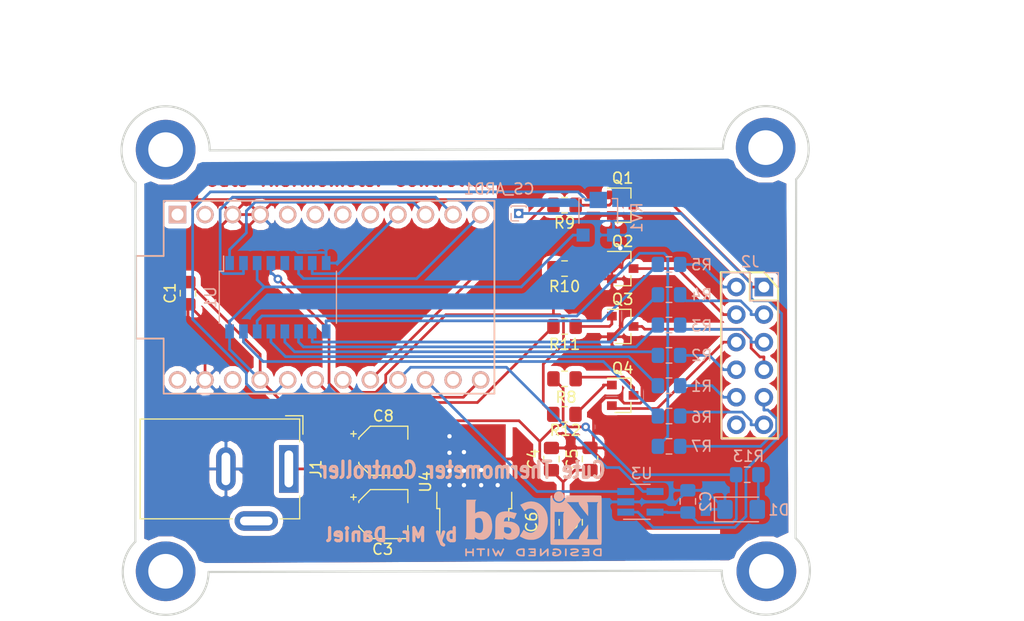
<source format=kicad_pcb>
(kicad_pcb (version 20221018) (generator pcbnew)
  (layers (0 "F.Cu" signal) (31 "B.Cu" signal) (34 "B.Paste" user) (35 "F.Paste" user) (36 "B.SilkS" user "B.Silkscreen") (37 "F.SilkS" user "F.Silkscreen") (38 "B.Mask" user) (39 "F.Mask" user) (44 "Edge.Cuts" user))
  (net 0 "")
  (net 1 "+5V")
  (net 2 "/SCK")
  (net 3 "/MISO")
  (net 4 "GND")
  (net 5 "Net-(CS_ARD1-Pad1)")
  (net 6 "/DP")
  (net 7 "Net-(Q4-Pad1)")
  (net 8 "Net-(R1-Pad1)")
  (net 9 "Net-(R6-Pad1)")
  (net 10 "Net-(R5-Pad1)")
  (net 11 "Net-(R4-Pad1)")
  (net 12 "Net-(R3-Pad1)")
  (net 13 "Net-(R2-Pad1)")
  (net 14 "/C_D1")
  (net 15 "/C_D2")
  (net 16 "/C_D3")
  (net 17 "Net-(R7-Pad1)")
  (net 18 "Net-(RV1-Pad2)")
  (net 19 "/B")
  (net 20 "/C")
  (net 21 "/PWM")
  (net 22 "Net-(U1-Pad5)")
  (net 23 "/D")
  (net 24 "/A")
  (net 25 "Net-(C8-Pad1)")
  (net 26 "Net-(U2-Pad1)")
  (net 27 "Net-(U2-Pad2)")
  (net 28 "Net-(U2-Pad5)")
  (net 29 "Net-(U2-Pad6)")
  (net 30 "Net-(U2-Pad7)")
  (net 31 "Net-(U2-Pad8)")
  (net 32 "Net-(U2-Pad14)")
  (net 33 "Net-(U2-Pad22)")
  (net 34 "Net-(U2-Pad24)")
  (net 35 "Net-(D1-Pad2)")
  (net 36 "Net-(J2-Pad7)")
  (net 37 "Net-(J2-Pad4)")
  (net 38 "Net-(J2-Pad1)")
  (net 39 "Net-(J2-Pad9)")
  (net 40 "Net-(J2-Pad3)")
  (net 41 "Net-(J2-Pad5)")
  (net 42 "Net-(J2-Pad8)")
  (net 43 "Net-(J2-Pad10)")
  (net 44 "Net-(J2-Pad2)")
  (net 45 "Net-(J2-Pad11)")
  (net 46 "Net-(J2-Pad12)")
  (net 47 "Net-(Q1-Pad1)")
  (net 48 "Net-(Q3-Pad1)")
  (net 49 "Net-(Q2-Pad1)")
  (net 50 "Net-(Q4-Pad3)")
  (footprint "MountingHole:MountingHole_3.2mm_M3_ISO14580_Pad" (layer "F.Cu") (at 174.9425 57.15)
    (fp_text reference "M2")
    (fp_text value "MountingHole_3.2mm_M3_ISO14580_Pad")
  )
  (footprint "Resistor_SMD:R_0805_2012Metric_Pad1.15x1.40mm_HandSolder" (layer "F.Cu") (at 156.404 62.4586 180)
    (fp_text reference "R9")
    (fp_text value "10k")
  )
  (footprint "Connectors_Barrel_Jack:BarrelJack_Wuerth_6941xx301002" (layer "F.Cu") (at 130.988 86.7664 -90)
    (fp_text reference "J1")
    (fp_text value "Jack-DC")
  )
  (footprint "Capacitor_SMD:C_0805_2012Metric_Pad1.15x1.40mm_HandSolder" (layer "F.Cu") (at 158.75 91.685 -90)
    (fp_text reference "C7")
    (fp_text value "C")
  )
  (footprint "Capacitor_SMD:C_0805_2012Metric_Pad1.15x1.40mm_HandSolder" (layer "F.Cu") (at 155.194 91.694 -90)
    (fp_text reference "C6")
    (fp_text value "C")
  )
  (footprint "Capacitor_SMD:C_0805_2012Metric_Pad1.15x1.40mm_HandSolder" (layer "F.Cu") (at 158.75 85.852 90)
    (fp_text reference "C5")
    (fp_text value "C")
  )
  (footprint "Capacitor_SMD:C_0805_2012Metric_Pad1.15x1.40mm_HandSolder" (layer "F.Cu") (at 155.194 85.861 90)
    (fp_text reference "C4")
    (fp_text value "C")
  )
  (footprint "Capacitor_SMD:C_0805_2012Metric_Pad1.15x1.40mm_HandSolder" (layer "F.Cu") (at 121.691 70.5702 90)
    (fp_text reference "C1")
    (fp_text value "C")
  )
  (footprint "Package_TO_SOT_SMD:SOT-23" (layer "F.Cu") (at 161.763 79.9846)
    (fp_text reference "Q4")
    (fp_text value "BC850")
  )
  (footprint "Package_TO_SOT_SMD:SOT-23" (layer "F.Cu") (at 161.763 73.6346)
    (fp_text reference "Q3")
    (fp_text value "BC850")
  )
  (footprint "Package_TO_SOT_SMD:SOT-23" (layer "F.Cu") (at 161.763 62.4586)
    (fp_text reference "Q1")
    (fp_text value "BC850")
  )
  (footprint "Package_TO_SOT_SMD:SOT-23" (layer "F.Cu") (at 161.763 68.3006)
    (fp_text reference "Q2")
    (fp_text value "BC850")
  )
  (footprint "MountingHole:MountingHole_3.2mm_M3_ISO14580_Pad" (layer "F.Cu") (at 175.006 96.2025)
    (fp_text reference "M3")
    (fp_text value "MountingHole_3.2mm_M3_ISO14580_Pad")
  )
  (footprint "MountingHole:MountingHole_3.2mm_M3_ISO14580_Pad" (layer "F.Cu") (at 119.634 96.2025)
    (fp_text reference "M4")
    (fp_text value "MountingHole_3.2mm_M3_ISO14580_Pad")
  )
  (footprint "MountingHole:MountingHole_3.2mm_M3_ISO14580_Pad" (layer "F.Cu") (at 119.634 57.3405)
    (fp_text reference "M1")
    (fp_text value "MountingHole_3.2mm_M3_ISO14580_Pad")
  )
  (footprint "Package_TO_SOT_SMD:TO-252-3_TabPin2" (layer "F.Cu") (at 148.082 87.952 90)
    (fp_text reference "U4")
    (fp_text value "L7805")
  )
  (footprint "Capacitor_SMD:CP_Elec_4x5.4" (layer "F.Cu") (at 139.7 85.09)
    (fp_text reference "C8")
    (fp_text value "CP")
  )
  (footprint "Capacitor_SMD:CP_Elec_4x5.4" (layer "F.Cu") (at 139.7 90.932)
    (fp_text reference "C3")
    (fp_text value "CP")
  )
  (footprint "Resistor_SMD:R_0805_2012Metric_Pad1.15x1.40mm_HandSolder" (layer "F.Cu") (at 156.388 81.7372 180)
    (fp_text reference "R12")
    (fp_text value "10k")
  )
  (footprint "Resistor_SMD:R_0805_2012Metric_Pad1.15x1.40mm_HandSolder" (layer "F.Cu") (at 156.404 68.3006 180)
    (fp_text reference "R10")
    (fp_text value "10k")
  )
  (footprint "Resistor_SMD:R_0805_2012Metric_Pad1.15x1.40mm_HandSolder" (layer "F.Cu") (at 156.404 78.4606 180)
    (fp_text reference "R8")
    (fp_text value "510")
  )
  (footprint "Resistor_SMD:R_0805_2012Metric_Pad1.15x1.40mm_HandSolder" (layer "F.Cu") (at 156.404 73.6346 180)
    (fp_text reference "R11")
    (fp_text value "10k")
  )
  (footprint "Tansistors_SMD:SOT-23-5_HandSoldering" (layer "B.Cu") (at 163.394 89.7992)
    (fp_text reference "U3")
    (fp_text value "LM95071")
  )
  (footprint "Resistor_SMD:R_0805_2012Metric_Pad1.15x1.40mm_HandSolder" (layer "B.Cu") (at 166.031 84.6836)
    (fp_text reference "R7")
    (fp_text value "510")
  )
  (footprint "Potentiometers:Potentiometer_Trimmer-EVM3E" (layer "B.Cu") (at 159.512 63.596 180)
    (fp_text reference "RV1")
    (fp_text value "R_POT_TRIM")
  )
  (footprint "Connector_PinHeader_1.00mm:PinHeader_1x01_P1.00mm_Vertical" (layer "B.Cu") (at 152.171 63.2206)
    (fp_text reference "CS_ARD1")
    (fp_text value "Conn_01x01")
  )
  (footprint "Capacitor_SMD:C_0805_2012Metric_Pad1.15x1.40mm_HandSolder" (layer "B.Cu") (at 167.767 89.7636 90)
    (fp_text reference "C2")
    (fp_text value "C")
  )
  (footprint "Symbol:KiCad-Logo2_6mm_SilkScreen" (layer "B.Cu") (at 153.543 91.821 180)
    (fp_text reference "REF**" hide)
    (fp_text value "KiCad-Logo2_6mm_SilkScreen" hide)
  )
  (footprint "LED_SMD:LED_1206_3216Metric_Pad1.42x1.75mm_HandSolder" (layer "B.Cu") (at 172.68 90.5002)
    (fp_text reference "D1")
    (fp_text value "LED")
  )
  (footprint "Connector_PinHeader_2.54mm:PinHeader_2x06_P2.54mm_Vertical" (layer "B.Cu") (at 174.777 70.0024 180)
    (fp_text reference "J2")
    (fp_text value "Conn_02x06_Counter_Clockwise")
  )
  (footprint "Resistor_SMD:R_0805_2012Metric_Pad1.15x1.40mm_HandSolder" (layer "B.Cu") (at 166.031 73.5076)
    (fp_text reference "R3")
    (fp_text value "510")
  )
  (footprint "Resistor_SMD:R_0805_2012Metric_Pad1.15x1.40mm_HandSolder" (layer "B.Cu") (at 166.031 76.3016)
    (fp_text reference "R2")
    (fp_text value "510")
  )
  (footprint "Resistor_SMD:R_0805_2012Metric_Pad1.15x1.40mm_HandSolder" (layer "B.Cu") (at 166.031 70.7136)
    (fp_text reference "R4")
    (fp_text value "510")
  )
  (footprint "Resistor_SMD:R_0805_2012Metric_Pad1.15x1.40mm_HandSolder" (layer "B.Cu") (at 166.031 79.0956)
    (fp_text reference "R1")
    (fp_text value "510")
  )
  (footprint "Resistor_SMD:R_0805_2012Metric_Pad1.15x1.40mm_HandSolder" (layer "B.Cu") (at 166.031 81.8896)
    (fp_text reference "R6")
    (fp_text value "510")
  )
  (footprint "Resistor_SMD:R_0805_2012Metric_Pad1.15x1.40mm_HandSolder" (layer "B.Cu") (at 166.031 67.9196)
    (fp_text reference "R5")
    (fp_text value "510")
  )
  (footprint "Arduino_Pro_Micro:ProMicro" (layer "B.Cu") (at 134.696 70.9426)
    (fp_text reference "U2" hide)
    (fp_text value "ProMicro")
  )
  (footprint "Package_SO:SOP-16_4.4x10.4mm_P1.27mm" (layer "B.Cu") (at 129.977 70.9426 -90)
    (fp_text reference "U1")
    (fp_text value "CD4511BNSR")
  )
  (footprint "Resistor_SMD:R_0805_2012Metric_Pad1.15x1.40mm_HandSolder" (layer "B.Cu") (at 173.244 87.2998 180)
    (fp_text reference "R13")
    (fp_text value "330")
  )
  (gr_line (start 173.482 68.6435) (end 173.482 71.247) (stroke (width 0.2)) (layer "F.SilkS"))
  (gr_line (start 176.0855 83.947) (end 170.8785 83.947) (stroke (width 0.2)) (layer "F.SilkS"))
  (gr_line (start 174.8155 68.6435) (end 176.0855 70.104) (stroke (width 0.2)) (layer "F.SilkS"))
  (gr_line (start 170.8785 83.947) (end 170.815 68.6435) (stroke (width 0.2)) (layer "F.SilkS"))
  (gr_line (start 173.482 68.6435) (end 174.8155 68.6435) (stroke (width 0.2)) (layer "F.SilkS"))
  (gr_line (start 170.815 68.6435) (end 170.815 68.707) (stroke (width 0.2)) (layer "F.SilkS"))
  (gr_line (start 176.0855 70.104) (end 176.0855 83.947) (stroke (width 0.2)) (layer "F.SilkS"))
  (gr_line (start 173.482 71.247) (end 176.0855 71.247) (stroke (width 0.2)) (layer "F.SilkS"))
  (gr_line (start 170.8785 68.6435) (end 173.482 68.6435) (stroke (width 0.2)) (layer "F.SilkS"))
  (gr_arc (start 171.00397 57.251601) (mid 176.479027 53.631343) (end 177.749199 60.070999) (stroke (width 0.2)) (layer "Edge.Cuts"))
  (gr_arc (start 177.701345 93.143206) (mid 176.591623 99.858975) (end 170.8912 96.139) (stroke (width 0.2)) (layer "Edge.Cuts"))
  (gr_arc (start 116.862359 60.376221) (mid 118.013484 53.677068) (end 123.698 57.404) (stroke (width 0.2)) (layer "Edge.Cuts"))
  (gr_line (start 170.8912 96.139) (end 123.5964 96.266) (stroke (width 0.2)) (layer "Edge.Cuts"))
  (gr_line (start 116.8654 60.3758) (end 116.84 93.472) (stroke (width 0.2)) (layer "Edge.Cuts"))
  (gr_arc (start 123.585311 96.266) (mid 118.121899 99.916535) (end 116.840001 93.472001) (stroke (width 0.2)) (layer "Edge.Cuts"))
  (gr_line (start 177.6984 93.1418) (end 177.7492 60.071) (stroke (width 0.2)) (layer "Edge.Cuts"))
  (gr_line (start 123.698 57.404) (end 170.9928 57.2516) (stroke (width 0.2)) (layer "Edge.Cuts"))
  (gr_text "Rev. 0.1" (at 166.37 93.7895) (layer "F.Cu") (effects (font (size 1.2 1.2) (thickness 0.3))))
  (gr_text "Cute Thermometer Controller" (at 136.398 59.944) (layer "F.Cu") (effects (font (size 1.5 1.2) (thickness 0.3))))
  (gr_text "Cute Thermometer Controller" (at 147.0025 86.868) (layer "B.SilkS") (effects (font (size 1.5 1.2) (thickness 0.3)) (justify mirror)))
  (gr_text "by Mr. Daniel" (at 140.462 92.837) (layer "B.SilkS") (effects (font (size 1.2 1.2) (thickness 0.3)) (justify mirror)))
  (segment (start 141.3536 82.3266) (end 139.5254 84.1548) (width 0.25) (layer "F.Cu") (net 1))
  (segment (start 156.2735 82.4852) (end 156.683 82.8947) (width 0.25) (layer "F.Cu") (net 1))
  (segment (start 154.1172 84.2362) (end 152.2076 82.3266) (width 0.25) (layer "F.Cu") (net 1))
  (segment (start 156.2735 89.5895) (end 155.194 90.669) (width 0.25) (layer "F.Cu") (net 1))
  (segment (start 154.1172 84.2362) (end 154.1172 85.8092) (width 0.25) (layer "F.Cu") (net 1))
  (segment (start 156.2735 82.4852) (end 155.9797 82.779) (width 0.25) (layer "F.Cu") (net 1))
  (segment (start 155.5744 82.779) (end 154.1172 84.2362) (width 0.25) (layer "F.Cu") (net 1))
  (segment (start 137.9062 82.5356) (end 139.5254 84.1548) (width 0.25) (layer "F.Cu") (net 1))
  (segment (start 156.683 82.8947) (end 158.3494 82.8947) (width 0.25) (layer "F.Cu") (net 1))
  (segment (start 155.379 78.4606) (end 156.2735 79.3551) (width 0.25) (layer "F.Cu") (net 1))
  (segment (start 128.346 78.5626) (end 132.319 82.5356) (width 0.25) (layer "F.Cu") (net 1))
  (segment (start 155.9797 82.779) (end 155.5744 82.779) (width 0.25) (layer "F.Cu") (net 1))
  (segment (start 156.2735 87.9655) (end 157.362 86.877) (width 0.25) (layer "F.Cu") (net 1))
  (segment (start 156.2735 79.3551) (end 156.2735 82.4852) (width 0.25) (layer "F.Cu") (net 1))
  (segment (start 132.319 82.5356) (end 137.9062 82.5356) (width 0.25) (layer "F.Cu") (net 1))
  (segment (start 150.4197 90.669) (end 150.362 90.7267) (width 0.25) (layer "F.Cu") (net 1))
  (segment (start 157.344 90.66) (end 158.75 90.66) (width 0.25) (layer "F.Cu") (net 1))
  (segment (start 128.346 76.2002) (end 128.346 78.5626) (width 0.25) (layer "F.Cu") (net 1))
  (segment (start 157.362 86.877) (end 158.75 86.877) (width 0.25) (layer "F.Cu") (net 1))
  (segment (start 139.5254 88.1813) (end 137.9 89.8067) (width 0.25) (layer "F.Cu") (net 1))
  (segment (start 156.2735 89.5895) (end 157.344 90.66) (width 0.25) (layer "F.Cu") (net 1))
  (segment (start 121.691 69.5452) (end 128.346 76.2002) (width 0.25) (layer "F.Cu") (net 1))
  (segment (start 155.194 86.886) (end 156.2735 87.9655) (width 0.25) (layer "F.Cu") (net 1))
  (segment (start 156.2735 87.9655) (end 156.2735 89.5895) (width 0.25) (layer "F.Cu") (net 1))
  (segment (start 150.362 92.152) (end 150.362 90.7267) (width 0.25) (layer "F.Cu") (net 1))
  (segment (start 137.9 90.932) (end 137.9 89.8067) (width 0.25) (layer "F.Cu") (net 1))
  (segment (start 139.5254 84.1548) (end 139.5254 88.1813) (width 0.25) (layer "F.Cu") (net 1))
  (segment (start 152.2076 82.3266) (end 141.3536 82.3266) (width 0.25) (layer "F.Cu") (net 1))
  (segment (start 155.194 90.669) (end 150.4197 90.669) (width 0.25) (layer "F.Cu") (net 1))
  (segment (start 154.1172 85.8092) (end 155.194 86.886) (width 0.25) (layer "F.Cu") (net 1))
  (via (at 158.3494 82.8947) (size 0.8) (drill 0.4) (layers "F.Cu" "B.Cu") (net 1))
  (segment (start 172.2408 91.3686) (end 172.2408 87.3216) (width 0.25) (layer "B.Cu") (net 1))
  (segment (start 167.767 90.7886) (end 168.6835 91.7051) (width 0.25) (layer "B.Cu") (net 1))
  (segment (start 125.527 73.1173) (end 125.5946 73.1173) (width 0.25) (layer "B.Cu") (net 1))
  (segment (start 125.527 75.7436) (end 125.527 75.0679) (width 0.25) (layer "B.Cu") (net 1))
  (segment (start 172.219 87.2998) (end 162.7545 87.2998) (width 0.25) (layer "B.Cu") (net 1))
  (segment (start 128.067 69.3391) (end 128.7199 69.992) (width 0.25) (layer "B.Cu") (net 1))
  (segment (start 125.527 74.0926) (end 125.527 73.1173) (width 0.25) (layer "B.Cu") (net 1))
  (segment (start 125.527 74.1075) (end 125.527 75.0679) (width 0.25) (layer "B.Cu") (net 1))
  (segment (start 152.4107 69.992) (end 157.1867 65.216) (width 0.25) (layer "B.Cu") (net 1))
  (segment (start 128.067 67.7926) (end 128.067 69.3391) (width 0.25) (layer "B.Cu") (net 1))
  (segment (start 128.7199 69.992) (end 152.4107 69.992) (width 0.25) (layer "B.Cu") (net 1))
  (segment (start 168.6835 91.7051) (end 171.9043 91.7051) (width 0.25) (layer "B.Cu") (net 1))
  (segment (start 165.8493 90.7492) (end 165.8887 90.7886) (width 0.25) (layer "B.Cu") (net 1))
  (segment (start 165.2967 90.7492) (end 164.744 90.7492) (width 0.25) (layer "B.Cu") (net 1))
  (segment (start 125.5946 73.1173) (end 128.7199 69.992) (width 0.25) (layer "B.Cu") (net 1))
  (segment (start 125.527 74.1075) (end 125.527 74.0926) (width 0.25) (layer "B.Cu") (net 1))
  (segment (start 165.2967 90.7492) (end 165.8493 90.7492) (width 0.25) (layer "B.Cu") (net 1))
  (segment (start 165.8887 90.7886) (end 167.767 90.7886) (width 0.25) (layer "B.Cu") (net 1))
  (segment (start 172.2408 87.3216) (end 172.219 87.2998) (width 0.25) (layer "B.Cu") (net 1))
  (segment (start 171.9043 91.7051) (end 172.2408 91.3686) (width 0.25) (layer "B.Cu") (net 1))
  (segment (start 158.112 65.216) (end 157.1867 65.216) (width 0.25) (layer "B.Cu") (net 1))
  (segment (start 162.7545 87.2998) (end 158.3494 82.8947) (width 0.25) (layer "B.Cu") (net 1))
  (segment (start 128.346 78.5626) (end 125.527 75.7436) (width 0.25) (layer "B.Cu") (net 1))
  (segment (start 164.744 88.8492) (end 163.6387 88.8492) (width 0.25) (layer "B.Cu") (net 2))
  (segment (start 163.6387 88.8492) (end 161.4299 86.6404) (width 0.25) (layer "B.Cu") (net 2))
  (segment (start 160.2959 86.6404) (end 151.0527 77.3972) (width 0.25) (layer "B.Cu") (net 2))
  (segment (start 161.4299 86.6404) (end 160.2959 86.6404) (width 0.25) (layer "B.Cu") (net 2))
  (segment (start 151.0527 77.3972) (end 142.2114 77.3972) (width 0.25) (layer "B.Cu") (net 2))
  (segment (start 142.2114 77.3972) (end 141.046 78.5626) (width 0.25) (layer "B.Cu") (net 2))
  (segment (start 153.8726 88.8492) (end 143.586 78.5626) (width 0.25) (layer "B.Cu") (net 3))
  (segment (start 162.044 88.8492) (end 153.8726 88.8492) (width 0.25) (layer "B.Cu") (net 3))
  (segment (start 154.3357 93.5773) (end 155.194 92.719) (width 0.25) (layer "F.Cu") (net 4))
  (segment (start 125.188 86.7664) (end 126.4133 86.7664) (width 0.25) (layer "F.Cu") (net 4))
  (segment (start 126.4133 86.7664) (end 133.2242 93.5773) (width 0.25) (layer "F.Cu") (net 4))
  (segment (start 161.5384 64.9093) (end 161.5384 66.4182) (width 0.25) (layer "F.Cu") (net 4))
  (segment (start 141.5 90.932) (end 143.1253 90.932) (width 0.25) (layer "F.Cu") (net 4))
  (segment (start 160.9443 68.5253) (end 160.763 68.5253) (width 0.25) (layer "F.Cu") (net 4))
  (segment (start 148.082 90.7266) (end 143.3307 90.7266) (width 0.25) (layer "F.Cu") (net 4))
  (segment (start 148.082 92.152) (end 148.082 93.5773) (width 0.25) (layer "F.Cu") (net 4))
  (segment (start 158.741 92.719) (end 158.75 92.71) (width 0.25) (layer "F.Cu") (net 4))
  (segment (start 159.8081 85.8941) (end 159.8081 91.6519) (width 0.25) (layer "F.Cu") (net 4))
  (segment (start 161.9014 80.71) (end 163.3852 80.71) (width 0.25) (layer "F.Cu") (net 4))
  (segment (start 125.806 63.3226) (end 128.346 63.3226) (width 0.25) (layer "F.Cu") (net 4))
  (segment (start 163.5384 80.5568) (end 163.5384 78.0853) (width 0.25) (layer "F.Cu") (net 4))
  (segment (start 148.082 85.852) (end 144.8567 85.852) (width 0.25) (layer "F.Cu") (net 4))
  (segment (start 159.8081 91.6519) (end 158.75 92.71) (width 0.25) (layer "F.Cu") (net 4))
  (segment (start 160.763 69.9759) (end 161.5384 70.7513) (width 0.25) (layer "F.Cu") (net 4))
  (segment (start 120.6636 68.465) (end 125.806 63.3226) (width 0.25) (layer "F.Cu") (net 4))
  (segment (start 160.763 68.8879) (end 160.763 68.5253) (width 0.25) (layer "F.Cu") (net 4))
  (segment (start 163.5384 78.0853) (end 160.763 75.3099) (width 0.25) (layer "F.Cu") (net 4))
  (segment (start 141.5 85.09) (end 144.0947 85.09) (width 0.25) (layer "F.Cu") (net 4))
  (segment (start 121.691 71.5952) (end 120.6636 70.5678) (width 0.25) (layer "F.Cu") (net 4))
  (segment (start 159.0747 81.286) (end 160.1515 80.2092) (width 0.25) (layer "F.Cu") (net 4))
  (segment (start 161.5384 70.7513) (end 161.5384 73.8092) (width 0.25) (layer "F.Cu") (net 4))
  (segment (start 133.2242 93.5773) (end 148.082 93.5773) (width 0.25) (layer "F.Cu") (net 4))
  (segment (start 148.082 92.152) (end 148.082 90.8393) (width 0.25) (layer "F.Cu") (net 4))
  (segment (start 148.082 90.7266) (end 148.082 89.3773) (width 0.25) (layer "F.Cu") (net 4))
  (segment (start 123.266 73.1702) (end 121.691 71.5952) (width 0.25) (layer "F.Cu") (net 4))
  (segment (start 120.6636 70.5678) (end 120.6636 68.465) (width 0.25) (layer "F.Cu") (net 4))
  (segment (start 143.3307 90.7266) (end 143.1253 90.932) (width 0.25) (layer "F.Cu") (net 4))
  (segment (start 161.5384 67.9312) (end 160.9443 68.5253) (width 0.25) (layer "F.Cu") (net 4))
  (segment (start 161.4006 80.2092) (end 161.9014 80.71) (width 0.25) (layer "F.Cu") (net 4))
  (segment (start 148.082 85.852) (end 148.082 89.3773) (width 0.25) (layer "F.Cu") (net 4))
  (segment (start 161.5384 66.4182) (end 161.5384 67.9312) (width 0.25) (layer "F.Cu") (net 4))
  (segment (start 160.763 69.2506) (end 160.763 69.9759) (width 0.25) (layer "F.Cu") (net 4))
  (segment (start 160.1515 80.2092) (end 161.4006 80.2092) (width 0.25) (layer "F.Cu") (net 4))
  (segment (start 148.082 90.8393) (end 148.082 90.7266) (width 0.25) (layer "F.Cu") (net 4))
  (segment (start 160.763 74.5846) (end 160.763 75.3099) (width 0.25) (layer "F.Cu") (net 4))
  (segment (start 148.082 93.5773) (end 154.3357 93.5773) (width 0.25) (layer "F.Cu") (net 4))
  (segment (start 160.763 68.8879) (end 160.763 69.2506) (width 0.25) (layer "F.Cu") (net 4))
  (segment (start 158.75 84.836) (end 155.194 84.836) (width 0.25) (layer "F.Cu") (net 4))
  (segment (start 163.3852 80.71) (end 163.5384 80.5568) (width 0.25) (layer "F.Cu") (net 4))
  (segment (start 159.0747 84.5023) (end 159.0747 81.286) (width 0.25) (layer "F.Cu") (net 4))
  (segment (start 161.5384 73.8092) (end 160.763 74.5846) (width 0.25) (layer "F.Cu") (net 4))
  (segment (start 158.75 84.827) (end 159.0747 84.5023) (width 0.25) (layer "F.Cu") (net 4))
  (segment (start 160.763 64.1339) (end 161.5384 64.9093) (width 0.25) (layer "F.Cu") (net 4))
  (segment (start 155.194 92.719) (end 158.741 92.719) (width 0.25) (layer "F.Cu") (net 4))
  (segment (start 123.266 78.5626) (end 123.266 73.1702) (width 0.25) (layer "F.Cu") (net 4))
  (segment (start 158.75 84.836) (end 158.75 84.827) (width 0.25) (layer "F.Cu") (net 4))
  (segment (start 158.75 84.836) (end 159.8081 85.8941) (width 0.25) (layer "F.Cu") (net 4))
  (segment (start 144.0947 85.09) (end 144.8567 85.852) (width 0.25) (layer "F.Cu") (net 4))
  (segment (start 160.763 63.4086) (end 160.763 64.1339) (width 0.25) (layer "F.Cu") (net 4))
  (via (at 145.796 85.2805) (size 0.8) (drill 0.4) (layers "F.Cu" "B.Cu") (net 4))
  (via (at 161.5384 66.4182) (size 0.8) (drill 0.4) (layers "F.Cu" "B.Cu") (net 4))
  (via (at 147.1295 86.9315) (size 0.8) (drill 0.4) (layers "F.Cu" "B.Cu") (net 4))
  (via (at 145.796 88.265) (size 0.8) (drill 0.4) (layers "F.Cu" "B.Cu") (net 4))
  (via (at 148.717 86.868) (size 0.8) (drill 0.4) (layers "F.Cu" "B.Cu") (net 4))
  (via (at 147.1295 85.217) (size 0.8) (drill 0.4) (layers "F.Cu" "B.Cu") (net 4))
  (via (at 147.1295 88.265) (size 0.8) (drill 0.4) (layers "F.Cu" "B.Cu") (net 4))
  (via (at 150.241 88.265) (size 0.8) (drill 0.4) (layers "F.Cu" "B.Cu") (net 4))
  (via (at 148.717 88.265) (size 0.8) (drill 0.4) (layers "F.Cu" "B.Cu") (net 4))
  (via (at 145.796 86.9315) (size 0.8) (drill 0.4) (layers "F.Cu" "B.Cu") (net 4))
  (via (at 145.796 83.7565) (size 0.8) (drill 0.4) (layers "F.Cu" "B.Cu") (net 4))
  (segment (start 171.1925 90.5002) (end 169.4309 88.7386) (width 0.25) (layer "B.Cu") (net 4))
  (segment (start 125.188 80.4846) (end 123.266 78.5626) (width 0.25) (layer "B.Cu") (net 4))
  (segment (start 125.188 86.7664) (end 125.188 80.4846) (width 0.25) (layer "B.Cu") (net 4))
  (segment (start 167.767 88.7386) (end 166.7064 89.7992) (width 0.25) (layer "B.Cu") (net 4))
  (segment (start 161.2615 66.1413) (end 161.5384 66.4182) (width 0.25) (layer "B.Cu") (net 4))
  (segment (start 125.188 86.7664) (end 126.4133 86.7664) (width 0.25) (layer "B.Cu") (net 4))
  (segment (start 160.912 65.216) (end 160.912 66.1413) (width 0.25) (layer "B.Cu") (net 4))
  (segment (start 160.912 66.1413) (end 161.2615 66.1413) (width 0.25) (layer "B.Cu") (net 4))
  (segment (start 134.427 67.7926) (end 134.427 66.8173) (width 0.25) (layer "B.Cu") (net 4))
  (segment (start 128.346 63.3226) (end 131.8407 66.8173) (width 0.25) (layer "B.Cu") (net 4))
  (segment (start 169.4309 88.7386) (end 167.767 88.7386) (width 0.25) (layer "B.Cu") (net 4))
  (segment (start 131.8407 66.8173) (end 134.427 66.8173) (width 0.25) (layer "B.Cu") (net 4))
  (segment (start 166.7064 89.7992) (end 162.044 89.7992) (width 0.25) (layer "B.Cu") (net 4))
  (segment (start 129.4461 89.7992) (end 126.4133 86.7664) (width 0.25) (layer "B.Cu") (net 4))
  (segment (start 162.044 89.7992) (end 129.4461 89.7992) (width 0.25) (layer "B.Cu") (net 4))
  (segment (start 163.1493 90.7492) (end 164.5607 92.1606) (width 0.25) (layer "B.Cu") (net 5))
  (segment (start 173.6016 71.0313) (end 173.6016 69.6928) (width 0.25) (layer "B.Cu") (net 5))
  (segment (start 173.843 71.2727) (end 173.6016 71.0313) (width 0.25) (layer "B.Cu") (net 5))
  (segment (start 167.1294 63.2206) (end 152.171 63.2206) (width 0.25) (layer "B.Cu") (net 5))
  (segment (start 173.6016 69.6928) (end 167.1294 63.2206) (width 0.25) (layer "B.Cu") (net 5))
  (segment (start 164.5607 92.1606) (end 172.1001 92.1606) (width 0.25) (layer "B.Cu") (net 5))
  (segment (start 176.4072 83.5487) (end 176.4072 72.4484) (width 0.25) (layer "B.Cu") (net 5))
  (segment (start 173.1204 86.8355) (end 176.4072 83.5487) (width 0.25) (layer "B.Cu") (net 5))
  (segment (start 162.044 90.7492) (end 163.1493 90.7492) (width 0.25) (layer "B.Cu") (net 5))
  (segment (start 173.1204 91.1403) (end 173.1204 86.8355) (width 0.25) (layer "B.Cu") (net 5))
  (segment (start 175.2315 71.2727) (end 173.843 71.2727) (width 0.25) (layer "B.Cu") (net 5))
  (segment (start 172.1001 92.1606) (end 173.1204 91.1403) (width 0.25) (layer "B.Cu") (net 5))
  (segment (start 176.4072 72.4484) (end 175.2315 71.2727) (width 0.25) (layer "B.Cu") (net 5))
  (segment (start 164.9445 81.1996) (end 161.028 81.1996) (width 0.25) (layer "F.Cu") (net 6))
  (segment (start 161.028 81.1996) (end 160.763 80.9346) (width 0.25) (layer "F.Cu") (net 6))
  (segment (start 171.0617 75.0824) (end 164.9445 81.1996) (width 0.25) (layer "F.Cu") (net 6))
  (segment (start 172.237 75.0824) (end 171.0617 75.0824) (width 0.25) (layer "F.Cu") (net 6))
  (segment (start 157.413 81.7372) (end 159.9877 79.1625) (width 0.25) (layer "F.Cu") (net 7))
  (segment (start 160.763 79.0346) (end 159.9877 79.0346) (width 0.25) (layer "F.Cu") (net 7))
  (segment (start 159.9877 79.1625) (end 159.9877 79.0346) (width 0.25) (layer "F.Cu") (net 7))
  (segment (start 130.6879 76.4188) (end 129.337 75.0679) (width 0.25) (layer "B.Cu") (net 8))
  (segment (start 162.3292 76.4188) (end 130.6879 76.4188) (width 0.25) (layer "B.Cu") (net 8))
  (segment (start 129.337 74.0926) (end 129.337 75.0679) (width 0.25) (layer "B.Cu") (net 8))
  (segment (start 165.006 79.0956) (end 162.3292 76.4188) (width 0.25) (layer "B.Cu") (net 8))
  (segment (start 159.9855 76.8691) (end 128.6082 76.8691) (width 0.25) (layer "B.Cu") (net 9))
  (segment (start 165.006 81.8896) (end 159.9855 76.8691) (width 0.25) (layer "B.Cu") (net 9))
  (segment (start 128.6082 76.8691) (end 126.807 75.0679) (width 0.25) (layer "B.Cu") (net 9))
  (segment (start 126.807 74.0926) (end 126.807 75.0679) (width 0.25) (layer "B.Cu") (net 9))
  (segment (start 159.8083 73.1173) (end 134.427 73.1173) (width 0.25) (layer "B.Cu") (net 10))
  (segment (start 165.006 67.9196) (end 159.8083 73.1173) (width 0.25) (layer "B.Cu") (net 10))
  (segment (start 134.427 74.0926) (end 134.427 73.1173) (width 0.25) (layer "B.Cu") (net 10))
  (segment (start 160.6517 75.0679) (end 133.147 75.0679) (width 0.25) (layer "B.Cu") (net 11))
  (segment (start 133.147 74.0926) (end 133.147 75.0679) (width 0.25) (layer "B.Cu") (net 11))
  (segment (start 165.006 70.7136) (end 160.6517 75.0679) (width 0.25) (layer "B.Cu") (net 11))
  (segment (start 132.3373 75.5182) (end 131.887 75.0679) (width 0.25) (layer "B.Cu") (net 12))
  (segment (start 162.9954 75.5182) (end 132.3373 75.5182) (width 0.25) (layer "B.Cu") (net 12))
  (segment (start 131.887 74.0926) (end 131.887 75.0679) (width 0.25) (layer "B.Cu") (net 12))
  (segment (start 165.006 73.5076) (end 162.9954 75.5182) (width 0.25) (layer "B.Cu") (net 12))
  (segment (start 164.6729 75.9685) (end 131.5176 75.9685) (width 0.25) (layer "B.Cu") (net 13))
  (segment (start 165.006 76.3016) (end 164.6729 75.9685) (width 0.25) (layer "B.Cu") (net 13))
  (segment (start 130.617 74.0926) (end 130.617 75.0679) (width 0.25) (layer "B.Cu") (net 13))
  (segment (start 131.5176 75.9685) (end 130.617 75.0679) (width 0.25) (layer "B.Cu") (net 13))
  (segment (start 155.379 62.4586) (end 154.61 62.4586) (width 0.25) (layer "F.Cu") (net 14))
  (segment (start 154.61 62.4586) (end 138.506 78.5626) (width 0.25) (layer "F.Cu") (net 14))
  (segment (start 137.1122 79.7088) (end 135.966 78.5626) (width 0.25) (layer "F.Cu") (net 15))
  (segment (start 154.4429 77.1018) (end 156.3063 75.2384) (width 0.25) (layer "F.Cu") (net 15))
  (segment (start 138.9998 79.7088) (end 137.1122 79.7088) (width 0.25) (layer "F.Cu") (net 15))
  (segment (start 155.9586 72.5555) (end 155.379 72.5555) (width 0.25) (layer "F.Cu") (net 15))
  (segment (start 156.3063 72.9032) (end 155.9586 72.5555) (width 0.25) (layer "F.Cu") (net 15))
  (segment (start 139.9207 78.7879) (end 138.9998 79.7088) (width 0.25) (layer "F.Cu") (net 15))
  (segment (start 145.4617 72.5555) (end 139.9207 78.0965) (width 0.25) (layer "F.Cu") (net 15))
  (segment (start 155.363 81.7372) (end 154.4429 80.8171) (width 0.25) (layer "F.Cu") (net 15))
  (segment (start 155.379 72.5555) (end 145.4617 72.5555) (width 0.25) (layer "F.Cu") (net 15))
  (segment (start 154.4429 80.8171) (end 154.4429 77.1018) (width 0.25) (layer "F.Cu") (net 15))
  (segment (start 155.379 68.3006) (end 155.379 72.5555) (width 0.25) (layer "F.Cu") (net 15))
  (segment (start 156.3063 75.2384) (end 156.3063 72.9032) (width 0.25) (layer "F.Cu") (net 15))
  (segment (start 139.9207 78.0965) (end 139.9207 78.7879) (width 0.25) (layer "F.Cu") (net 15))
  (segment (start 155.379 73.6346) (end 148.3685 80.6451) (width 0.25) (layer "F.Cu") (net 16))
  (segment (start 148.3685 80.6451) (end 135.5085 80.6451) (width 0.25) (layer "F.Cu") (net 16))
  (segment (start 135.5085 80.6451) (end 133.426 78.5626) (width 0.25) (layer "F.Cu") (net 16))
  (segment (start 128.067 73.1173) (end 128.5174 72.6669) (width 0.25) (layer "B.Cu") (net 17))
  (segment (start 163.3169 66.8872) (end 165.5713 66.8872) (width 0.25) (layer "B.Cu") (net 17))
  (segment (start 165.9184 67.2343) (end 165.9184 83.7712) (width 0.25) (layer "B.Cu") (net 17))
  (segment (start 157.5372 72.6669) (end 163.3169 66.8872) (width 0.25) (layer "B.Cu") (net 17))
  (segment (start 165.5713 66.8872) (end 165.9184 67.2343) (width 0.25) (layer "B.Cu") (net 17))
  (segment (start 128.067 74.0926) (end 128.067 73.1173) (width 0.25) (layer "B.Cu") (net 17))
  (segment (start 128.5174 72.6669) (end 157.5372 72.6669) (width 0.25) (layer "B.Cu") (net 17))
  (segment (start 165.9184 83.7712) (end 165.006 84.6836) (width 0.25) (layer "B.Cu") (net 17))
  (segment (start 123.7621 61.2294) (end 122.1232 62.8683) (width 0.25) (layer "B.Cu") (net 18))
  (segment (start 127.8598 79.7081) (end 129.7405 79.7081) (width 0.25) (layer "B.Cu") (net 18))
  (segment (start 127.076 77.9295) (end 127.076 78.9243) (width 0.25) (layer "B.Cu") (net 18))
  (segment (start 127.076 78.9243) (end 127.8598 79.7081) (width 0.25) (layer "B.Cu") (net 18))
  (segment (start 158.3867 61.976) (end 157.6401 61.2294) (width 0.25) (layer "B.Cu") (net 18))
  (segment (start 159.512 61.976) (end 158.3867 61.976) (width 0.25) (layer "B.Cu") (net 18))
  (segment (start 122.1232 72.9767) (end 127.076 77.9295) (width 0.25) (layer "B.Cu") (net 18))
  (segment (start 129.7405 79.7081) (end 130.886 78.5626) (width 0.25) (layer "B.Cu") (net 18))
  (segment (start 157.6401 61.2294) (end 123.7621 61.2294) (width 0.25) (layer "B.Cu") (net 18))
  (segment (start 122.1232 62.8683) (end 122.1232 72.9767) (width 0.25) (layer "B.Cu") (net 18))
  (segment (start 127.884 62.1775) (end 142.4409 62.1775) (width 0.25) (layer "B.Cu") (net 19))
  (segment (start 127.076 62.9855) (end 127.884 62.1775) (width 0.25) (layer "B.Cu") (net 19))
  (segment (start 127.076 65.0003) (end 127.076 62.9855) (width 0.25) (layer "B.Cu") (net 19))
  (segment (start 125.527 67.7926) (end 125.527 66.5493) (width 0.25) (layer "B.Cu") (net 19))
  (segment (start 125.527 66.5493) (end 127.076 65.0003) (width 0.25) (layer "B.Cu") (net 19))
  (segment (start 142.4409 62.1775) (end 143.586 63.3226) (width 0.25) (layer "B.Cu") (net 19))
  (segment (start 124.6593 62.8603) (end 125.7988 61.7208) (width 0.25) (layer "B.Cu") (net 20))
  (segment (start 144.5242 61.7208) (end 146.126 63.3226) (width 0.25) (layer "B.Cu") (net 20))
  (segment (start 126.807 68.7679) (end 124.97 68.7679) (width 0.25) (layer "B.Cu") (net 20))
  (segment (start 124.6593 68.4572) (end 124.6593 62.8603) (width 0.25) (layer "B.Cu") (net 20))
  (segment (start 126.807 67.7926) (end 126.807 68.7679) (width 0.25) (layer "B.Cu") (net 20))
  (segment (start 125.7988 61.7208) (end 144.5242 61.7208) (width 0.25) (layer "B.Cu") (net 20))
  (segment (start 124.97 68.7679) (end 124.6593 68.4572) (width 0.25) (layer "B.Cu") (net 20))
  (segment (start 134.696 78.8865) (end 134.696 73.9813) (width 0.25) (layer "F.Cu") (net 21))
  (segment (start 135.9686 80.1591) (end 134.696 78.8865) (width 0.25) (layer "F.Cu") (net 21))
  (segment (start 134.696 73.9813) (end 129.9814 69.2667) (width 0.25) (layer "F.Cu") (net 21))
  (segment (start 147.0695 80.1591) (end 135.9686 80.1591) (width 0.25) (layer "F.Cu") (net 21))
  (segment (start 148.666 78.5626) (end 147.0695 80.1591) (width 0.25) (layer "F.Cu") (net 21))
  (via (at 129.9814 69.2667) (size 0.8) (drill 0.4) (layers "F.Cu" "B.Cu") (net 21))
  (segment (start 129.337 68.7679) (end 129.4826 68.7679) (width 0.25) (layer "B.Cu") (net 21))
  (segment (start 129.4826 68.7679) (end 129.9814 69.2667) (width 0.25) (layer "B.Cu") (net 21))
  (segment (start 129.337 67.7926) (end 129.337 68.7679) (width 0.25) (layer "B.Cu") (net 21))
  (segment (start 131.887 68.7679) (end 132.3388 69.2197) (width 0.25) (layer "B.Cu") (net 23))
  (segment (start 142.7689 69.2197) (end 148.666 63.3226) (width 0.25) (layer "B.Cu") (net 23))
  (segment (start 132.3388 69.2197) (end 142.7689 69.2197) (width 0.25) (layer "B.Cu") (net 23))
  (segment (start 131.887 67.7926) (end 131.887 68.7679) (width 0.25) (layer "B.Cu") (net 23))
  (segment (start 133.147 68.7679) (end 135.6007 68.7679) (width 0.25) (layer "B.Cu") (net 24))
  (segment (start 133.147 67.7926) (end 133.147 68.7679) (width 0.25) (layer "B.Cu") (net 24))
  (segment (start 135.6007 68.7679) (end 141.046 63.3226) (width 0.25) (layer "B.Cu") (net 24))
  (segment (start 137.9 85.09) (end 137.9 86.2153) (width 0.25) (layer "F.Cu") (net 25))
  (segment (start 136.2746 86.7664) (end 137.3489 86.7664) (width 0.25) (layer "F.Cu") (net 25))
  (segment (start 137.3489 86.7664) (end 137.9 86.2153) (width 0.25) (layer "F.Cu") (net 25))
  (segment (start 136.2746 91.887) (end 136.2746 86.7664) (width 0.25) (layer "F.Cu") (net 25))
  (segment (start 130.988 86.7664) (end 136.2746 86.7664) (width 0.25) (layer "F.Cu") (net 25))
  (segment (start 145.802 92.152) (end 136.5396 92.152) (width 0.25) (layer "F.Cu") (net 25))
  (segment (start 136.5396 92.152) (end 136.2746 91.887) (width 0.25) (layer "F.Cu") (net 25))
  (segment (start 174.269 90.3987) (end 174.269 87.2998) (width 0.25) (layer "B.Cu") (net 35))
  (segment (start 174.1675 90.5002) (end 174.269 90.3987) (width 0.25) (layer "B.Cu") (net 35))
  (segment (start 172.7087 73.8893) (end 163.793 73.8893) (width 0.25) (layer "F.Cu") (net 36))
  (segment (start 173.6017 75.6392) (end 173.6017 74.7823) (width 0.25) (layer "F.Cu") (net 36))
  (segment (start 174.4096 76.4471) (end 173.6017 75.6392) (width 0.25) (layer "F.Cu") (net 36))
  (segment (start 174.777 76.4471) (end 174.4096 76.4471) (width 0.25) (layer "F.Cu") (net 36))
  (segment (start 173.6017 74.7823) (end 172.7087 73.8893) (width 0.25) (layer "F.Cu") (net 36))
  (segment (start 174.777 77.6224) (end 174.777 76.4471) (width 0.25) (layer "F.Cu") (net 36))
  (segment (start 162.763 73.6346) (end 163.5383 73.6346) (width 0.25) (layer "F.Cu") (net 36))
  (segment (start 163.793 73.8893) (end 163.5383 73.6346) (width 0.25) (layer "F.Cu") (net 36))
  (segment (start 171.0617 72.5424) (end 166.8199 68.3006) (width 0.25) (layer "F.Cu") (net 37))
  (segment (start 166.8199 68.3006) (end 162.763 68.3006) (width 0.25) (layer "F.Cu") (net 37))
  (segment (start 172.237 72.5424) (end 171.0617 72.5424) (width 0.25) (layer "F.Cu") (net 37))
  (segment (start 166.4252 62.4586) (end 162.763 62.4586) (width 0.25) (layer "F.Cu") (net 38))
  (segment (start 173.6017 70.0024) (end 173.6017 69.6351) (width 0.25) (layer "F.Cu") (net 38))
  (segment (start 173.6017 69.6351) (end 166.4252 62.4586) (width 0.25) (layer "F.Cu") (net 38))
  (segment (start 174.777 70.0024) (end 173.6017 70.0024) (width 0.25) (layer "F.Cu") (net 38))
  (segment (start 175.9523 83.2065) (end 175.9523 82.1456) (width 0.25) (layer "B.Cu") (net 39))
  (segment (start 175.1444 81.3377) (end 174.777 81.3377) (width 0.25) (layer "B.Cu") (net 39))
  (segment (start 174.4752 84.6836) (end 175.9523 83.2065) (width 0.25) (layer "B.Cu") (net 39))
  (segment (start 175.9523 82.1456) (end 175.1444 81.3377) (width 0.25) (layer "B.Cu") (net 39))
  (segment (start 174.777 80.1624) (end 174.777 81.3377) (width 0.25) (layer "B.Cu") (net 39))
  (segment (start 167.056 84.6836) (end 174.4752 84.6836) (width 0.25) (layer "B.Cu") (net 39))
  (segment (start 172.6318 71.2724) (end 173.6017 72.2423) (width 0.25) (layer "B.Cu") (net 40))
  (segment (start 174.777 72.5424) (end 173.6017 72.5424) (width 0.25) (layer "B.Cu") (net 40))
  (segment (start 173.6017 72.2423) (end 173.6017 72.5424) (width 0.25) (layer "B.Cu") (net 40))
  (segment (start 167.6148 71.2724) (end 172.6318 71.2724) (width 0.25) (layer "B.Cu") (net 40))
  (segment (start 167.056 70.7136) (end 167.6148 71.2724) (width 0.25) (layer "B.Cu") (net 40))
  (segment (start 173.6017 74.715) (end 173.6017 75.0824) (width 0.25) (layer "B.Cu") (net 41))
  (segment (start 174.777 75.0824) (end 173.6017 75.0824) (width 0.25) (layer "B.Cu") (net 41))
  (segment (start 167.4555 73.9071) (end 172.7938 73.9071) (width 0.25) (layer "B.Cu") (net 41))
  (segment (start 167.056 73.5076) (end 167.4555 73.9071) (width 0.25) (layer "B.Cu") (net 41))
  (segment (start 172.7938 73.9071) (end 173.6017 74.715) (width 0.25) (layer "B.Cu") (net 41))
  (segment (start 167.056 76.3016) (end 169.7409 76.3016) (width 0.25) (layer "B.Cu") (net 42))
  (segment (start 169.7409 76.3016) (end 171.0617 77.6224) (width 0.25) (layer "B.Cu") (net 42))
  (segment (start 172.237 77.6224) (end 171.0617 77.6224) (width 0.25) (layer "B.Cu") (net 42))
  (segment (start 169.9949 79.0956) (end 171.0617 80.1624) (width 0.25) (layer "B.Cu") (net 43))
  (segment (start 167.056 79.0956) (end 169.9949 79.0956) (width 0.25) (layer "B.Cu") (net 43))
  (segment (start 172.237 80.1624) (end 171.0617 80.1624) (width 0.25) (layer "B.Cu") (net 43))
  (segment (start 172.237 70.0024) (end 171.0617 70.0024) (width 0.25) (layer "B.Cu") (net 44))
  (segment (start 168.9789 67.9196) (end 171.0617 70.0024) (width 0.25) (layer "B.Cu") (net 44))
  (segment (start 167.056 67.9196) (end 168.9789 67.9196) (width 0.25) (layer "B.Cu") (net 44))
  (segment (start 174.777 82.7024) (end 173.6017 82.7024) (width 0.25) (layer "B.Cu") (net 45))
  (segment (start 167.4185 81.5271) (end 172.7938 81.5271) (width 0.25) (layer "B.Cu") (net 45))
  (segment (start 172.7938 81.5271) (end 173.6017 82.335) (width 0.25) (layer "B.Cu") (net 45))
  (segment (start 173.6017 82.335) (end 173.6017 82.7024) (width 0.25) (layer "B.Cu") (net 45))
  (segment (start 167.056 81.8896) (end 167.4185 81.5271) (width 0.25) (layer "B.Cu") (net 45))
  (segment (start 157.429 62.4586) (end 160.5383 62.4586) (width 0.25) (layer "F.Cu") (net 47))
  (segment (start 160.763 61.5086) (end 160.763 62.2339) (width 0.25) (layer "F.Cu") (net 47))
  (segment (start 160.5383 62.4586) (end 160.763 62.2339) (width 0.25) (layer "F.Cu") (net 47))
  (segment (start 160.763 72.6846) (end 160.763 73.4099) (width 0.25) (layer "F.Cu") (net 48))
  (segment (start 157.429 73.6346) (end 160.5383 73.6346) (width 0.25) (layer "F.Cu") (net 48))
  (segment (start 160.5383 73.6346) (end 160.763 73.4099) (width 0.25) (layer "F.Cu") (net 48))
  (segment (start 158.379 67.3506) (end 160.763 67.3506) (width 0.25) (layer "F.Cu") (net 49))
  (segment (start 157.429 68.3006) (end 158.379 67.3506) (width 0.25) (layer "F.Cu") (net 49))
  (segment (start 162.763 79.9846) (end 162.763 79.2593) (width 0.25) (layer "F.Cu") (net 50))
  (segment (start 157.5804 78.3092) (end 161.8129 78.3092) (width 0.25) (layer "F.Cu") (net 50))
  (segment (start 157.429 78.4606) (end 157.5804 78.3092) (width 0.25) (layer "F.Cu") (net 50))
  (segment (start 161.8129 78.3092) (end 162.763 79.2593) (width 0.25) (layer "F.Cu") (net 50))
  (zone (net 4) (net_name "GND") (layer "F.Cu") (connect_pads (clearance 0.35)) (min_thickness 0.254) (fill yes (thermal_gap 0.508) (thermal_bridge_width 0.508))
    (polygon (pts (xy 122.9995 58.3565) (xy 171.5135 58.1025) (xy 176.9745 60.3885) (xy 177.165 92.71) (xy 171.577 95.3135) (xy 123.2535 95.5675) (xy 117.5385 93.2815) (xy 117.602 60.3885)))
  )
  (zone (net 4) (net_name "GND") (layer "B.Cu") (connect_pads (clearance 0.35)) (min_thickness 0.254) (fill yes (thermal_gap 0.508) (thermal_bridge_width 0.508))
    (polygon (pts (xy 123.063 58.3565) (xy 171.5135 58.039) (xy 176.9745 60.3885) (xy 177.165 92.71) (xy 171.577 95.3135) (xy 123.2535 95.5675) (xy 117.5385 93.2815) (xy 117.5385 60.3885) (xy 122.9995 58.3565)))
  )
)
</source>
